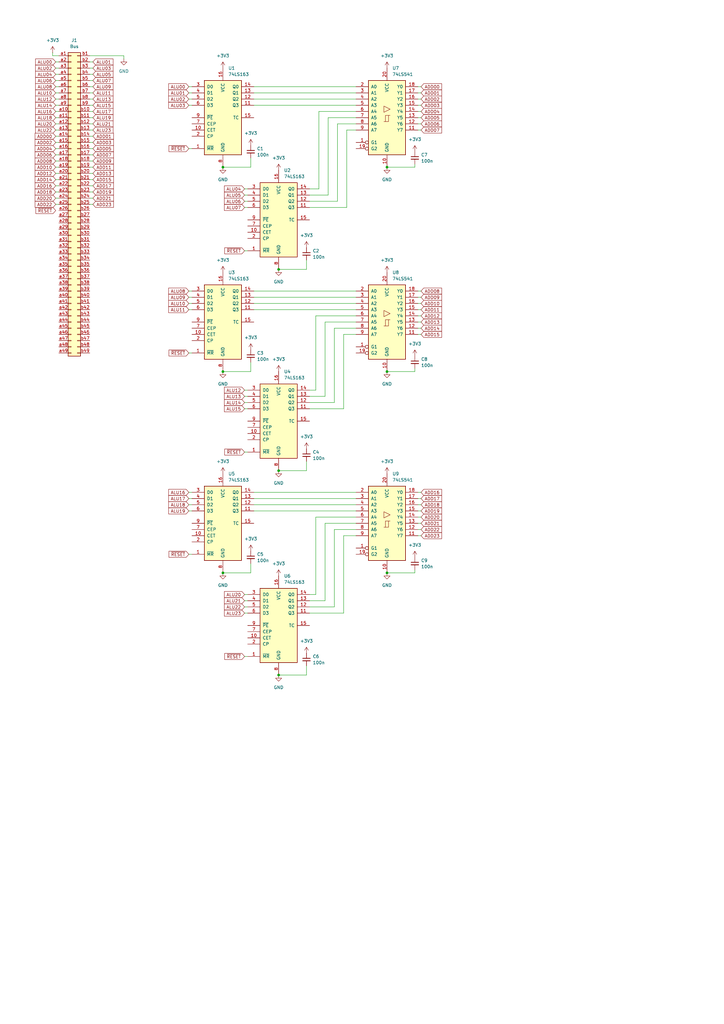
<source format=kicad_sch>
(kicad_sch (version 20231120) (generator "eeschema") (generator_version "8.0")
  (paper "A3" portrait)
  (lib_symbols
    (symbol "74xx:74LS163" (pin_names (offset 1.016))
      (property "Reference" "U" (at -7.62 16.51 0))
      (property "Value" "74LS163" (at -7.62 -16.51 0))
      (symbol "74LS163_1_0"
        (pin input line (at -12.7 -12.7 0) (length 5.08) (name "~{MR}") (number "1"))
        (pin input line (at -12.7 -5.08 0) (length 5.08) (name "CET") (number "10"))
        (pin output line (at 12.7 5.08 180) (length 5.08) (name "Q3") (number "11"))
        (pin output line (at 12.7 7.62 180) (length 5.08) (name "Q2") (number "12"))
        (pin output line (at 12.7 10.16 180) (length 5.08) (name "Q1") (number "13"))
        (pin output line (at 12.7 12.7 180) (length 5.08) (name "Q0") (number "14"))
        (pin output line (at 12.7 0 180) (length 5.08) (name "TC") (number "15"))
        (pin power_in line (at 0 20.32 270) (length 5.08) (name "VCC") (number "16"))
        (pin input line (at -12.7 -7.62 0) (length 5.08) (name "CP") (number "2"))
        (pin input line (at -12.7 12.7 0) (length 5.08) (name "D0") (number "3"))
        (pin input line (at -12.7 10.16 0) (length 5.08) (name "D1") (number "4"))
        (pin input line (at -12.7 7.62 0) (length 5.08) (name "D2") (number "5"))
        (pin input line (at -12.7 5.08 0) (length 5.08) (name "D3") (number "6"))
        (pin input line (at -12.7 -2.54 0) (length 5.08) (name "CEP") (number "7"))
        (pin power_in line (at 0 -20.32 90) (length 5.08) (name "GND") (number "8"))
        (pin input line (at -12.7 0 0) (length 5.08) (name "~{PE}") (number "9"))
      )
      (symbol "74LS163_1_1"
        (rectangle (start -7.62 15.24) (end 7.62 -15.24) (stroke (width 0.254)) (fill (type background)))
      )
    )
    (symbol "74xx:74LS541" (pin_names (offset 1.016))
      (property "Reference" "U" (at -7.62 16.51 0))
      (property "Value" "74LS541" (at -7.62 -16.51 0))
      (symbol "74LS541_1_0"
        (polyline (pts (xy -0.635 -1.6002) (xy -0.635 0.9398) (xy 0.635 0.9398)))
        (polyline (pts (xy -1.27 -1.6002) (xy 0.635 -1.6002) (xy 0.635 0.9398) (xy 1.27 0.9398)))
        (polyline (pts (xy 1.27 3.4798) (xy -1.27 4.7498) (xy -1.27 2.2098) (xy 1.27 3.4798)) (stroke (width 0.1524)))
        (pin input inverted (at -12.7 -10.16 0) (length 5.08) (name "G1") (number "1"))
        (pin power_in line (at 0 -20.32 90) (length 5.08) (name "GND") (number "10"))
        (pin tri_state line (at 12.7 -5.08 180) (length 5.08) (name "Y7") (number "11"))
        (pin tri_state line (at 12.7 -2.54 180) (length 5.08) (name "Y6") (number "12"))
        (pin tri_state line (at 12.7 0 180) (length 5.08) (name "Y5") (number "13"))
        (pin tri_state line (at 12.7 2.54 180) (length 5.08) (name "Y4") (number "14"))
        (pin tri_state line (at 12.7 5.08 180) (length 5.08) (name "Y3") (number "15"))
        (pin tri_state line (at 12.7 7.62 180) (length 5.08) (name "Y2") (number "16"))
        (pin tri_state line (at 12.7 10.16 180) (length 5.08) (name "Y1") (number "17"))
        (pin tri_state line (at 12.7 12.7 180) (length 5.08) (name "Y0") (number "18"))
        (pin input inverted (at -12.7 -12.7 0) (length 5.08) (name "G2") (number "19"))
        (pin input line (at -12.7 12.7 0) (length 5.08) (name "A0") (number "2"))
        (pin power_in line (at 0 20.32 270) (length 5.08) (name "VCC") (number "20"))
        (pin input line (at -12.7 10.16 0) (length 5.08) (name "A1") (number "3"))
        (pin input line (at -12.7 7.62 0) (length 5.08) (name "A2") (number "4"))
        (pin input line (at -12.7 5.08 0) (length 5.08) (name "A3") (number "5"))
        (pin input line (at -12.7 2.54 0) (length 5.08) (name "A4") (number "6"))
        (pin input line (at -12.7 0 0) (length 5.08) (name "A5") (number "7"))
        (pin input line (at -12.7 -2.54 0) (length 5.08) (name "A6") (number "8"))
        (pin input line (at -12.7 -5.08 0) (length 5.08) (name "A7") (number "9"))
      )
      (symbol "74LS541_1_1"
        (rectangle (start -7.62 15.24) (end 7.62 -15.24) (stroke (width 0.254)) (fill (type background)))
      )
    )
    (symbol "Connector_Generic:Conn_02x49_Row_Letter_First" (pin_names (offset 1.016) hide)
      (property "Reference" "J" (at 1.27 63.5 0))
      (property "Value" "Conn_02x49_Row_Letter_First" (at 1.27 -63.5 0))
      (symbol "Conn_02x49_Row_Letter_First_1_1"
        (rectangle (start -1.27 -60.833) (end 0 -61.087) (stroke (width 0.1524)))
        (rectangle (start -1.27 -58.293) (end 0 -58.547) (stroke (width 0.1524)))
        (rectangle (start -1.27 -55.753) (end 0 -56.007) (stroke (width 0.1524)))
        (rectangle (start -1.27 -53.213) (end 0 -53.467) (stroke (width 0.1524)))
        (rectangle (start -1.27 -50.673) (end 0 -50.927) (stroke (width 0.1524)))
        (rectangle (start -1.27 -48.133) (end 0 -48.387) (stroke (width 0.1524)))
        (rectangle (start -1.27 -45.593) (end 0 -45.847) (stroke (width 0.1524)))
        (rectangle (start -1.27 -43.053) (end 0 -43.307) (stroke (width 0.1524)))
        (rectangle (start -1.27 -40.513) (end 0 -40.767) (stroke (width 0.1524)))
        (rectangle (start -1.27 -37.973) (end 0 -38.227) (stroke (width 0.1524)))
        (rectangle (start -1.27 -35.433) (end 0 -35.687) (stroke (width 0.1524)))
        (rectangle (start -1.27 -32.893) (end 0 -33.147) (stroke (width 0.1524)))
        (rectangle (start -1.27 -30.353) (end 0 -30.607) (stroke (width 0.1524)))
        (rectangle (start -1.27 -27.813) (end 0 -28.067) (stroke (width 0.1524)))
        (rectangle (start -1.27 -25.273) (end 0 -25.527) (stroke (width 0.1524)))
        (rectangle (start -1.27 -22.733) (end 0 -22.987) (stroke (width 0.1524)))
        (rectangle (start -1.27 -20.193) (end 0 -20.447) (stroke (width 0.1524)))
        (rectangle (start -1.27 -17.653) (end 0 -17.907) (stroke (width 0.1524)))
        (rectangle (start -1.27 -15.113) (end 0 -15.367) (stroke (width 0.1524)))
        (rectangle (start -1.27 -12.573) (end 0 -12.827) (stroke (width 0.1524)))
        (rectangle (start -1.27 -10.033) (end 0 -10.287) (stroke (width 0.1524)))
        (rectangle (start -1.27 -7.493) (end 0 -7.747) (stroke (width 0.1524)))
        (rectangle (start -1.27 -4.953) (end 0 -5.207) (stroke (width 0.1524)))
        (rectangle (start -1.27 -2.413) (end 0 -2.667) (stroke (width 0.1524)))
        (rectangle (start -1.27 0.127) (end 0 -0.127) (stroke (width 0.1524)))
        (rectangle (start -1.27 2.667) (end 0 2.413) (stroke (width 0.1524)))
        (rectangle (start -1.27 5.207) (end 0 4.953) (stroke (width 0.1524)))
        (rectangle (start -1.27 7.747) (end 0 7.493) (stroke (width 0.1524)))
        (rectangle (start -1.27 10.287) (end 0 10.033) (stroke (width 0.1524)))
        (rectangle (start -1.27 12.827) (end 0 12.573) (stroke (width 0.1524)))
        (rectangle (start -1.27 15.367) (end 0 15.113) (stroke (width 0.1524)))
        (rectangle (start -1.27 17.907) (end 0 17.653) (stroke (width 0.1524)))
        (rectangle (start -1.27 20.447) (end 0 20.193) (stroke (width 0.1524)))
        (rectangle (start -1.27 22.987) (end 0 22.733) (stroke (width 0.1524)))
        (rectangle (start -1.27 25.527) (end 0 25.273) (stroke (width 0.1524)))
        (rectangle (start -1.27 28.067) (end 0 27.813) (stroke (width 0.1524)))
        (rectangle (start -1.27 30.607) (end 0 30.353) (stroke (width 0.1524)))
        (rectangle (start -1.27 33.147) (end 0 32.893) (stroke (width 0.1524)))
        (rectangle (start -1.27 35.687) (end 0 35.433) (stroke (width 0.1524)))
        (rectangle (start -1.27 38.227) (end 0 37.973) (stroke (width 0.1524)))
        (rectangle (start -1.27 40.767) (end 0 40.513) (stroke (width 0.1524)))
        (rectangle (start -1.27 43.307) (end 0 43.053) (stroke (width 0.1524)))
        (rectangle (start -1.27 45.847) (end 0 45.593) (stroke (width 0.1524)))
        (rectangle (start -1.27 48.387) (end 0 48.133) (stroke (width 0.1524)))
        (rectangle (start -1.27 50.927) (end 0 50.673) (stroke (width 0.1524)))
        (rectangle (start -1.27 53.467) (end 0 53.213) (stroke (width 0.1524)))
        (rectangle (start -1.27 56.007) (end 0 55.753) (stroke (width 0.1524)))
        (rectangle (start -1.27 58.547) (end 0 58.293) (stroke (width 0.1524)))
        (rectangle (start -1.27 61.087) (end 0 60.833) (stroke (width 0.1524)))
        (rectangle (start -1.27 62.23) (end 3.81 -62.23) (stroke (width 0.254)) (fill (type background)))
        (rectangle (start 3.81 -60.833) (end 2.54 -61.087) (stroke (width 0.1524)))
        (rectangle (start 3.81 -58.293) (end 2.54 -58.547) (stroke (width 0.1524)))
        (rectangle (start 3.81 -55.753) (end 2.54 -56.007) (stroke (width 0.1524)))
        (rectangle (start 3.81 -53.213) (end 2.54 -53.467) (stroke (width 0.1524)))
        (rectangle (start 3.81 -50.673) (end 2.54 -50.927) (stroke (width 0.1524)))
        (rectangle (start 3.81 -48.133) (end 2.54 -48.387) (stroke (width 0.1524)))
        (rectangle (start 3.81 -45.593) (end 2.54 -45.847) (stroke (width 0.1524)))
        (rectangle (start 3.81 -43.053) (end 2.54 -43.307) (stroke (width 0.1524)))
        (rectangle (start 3.81 -40.513) (end 2.54 -40.767) (stroke (width 0.1524)))
        (rectangle (start 3.81 -37.973) (end 2.54 -38.227) (stroke (width 0.1524)))
        (rectangle (start 3.81 -35.433) (end 2.54 -35.687) (stroke (width 0.1524)))
        (rectangle (start 3.81 -32.893) (end 2.54 -33.147) (stroke (width 0.1524)))
        (rectangle (start 3.81 -30.353) (end 2.54 -30.607) (stroke (width 0.1524)))
        (rectangle (start 3.81 -27.813) (end 2.54 -28.067) (stroke (width 0.1524)))
        (rectangle (start 3.81 -25.273) (end 2.54 -25.527) (stroke (width 0.1524)))
        (rectangle (start 3.81 -22.733) (end 2.54 -22.987) (stroke (width 0.1524)))
        (rectangle (start 3.81 -20.193) (end 2.54 -20.447) (stroke (width 0.1524)))
        (rectangle (start 3.81 -17.653) (end 2.54 -17.907) (stroke (width 0.1524)))
        (rectangle (start 3.81 -15.113) (end 2.54 -15.367) (stroke (width 0.1524)))
        (rectangle (start 3.81 -12.573) (end 2.54 -12.827) (stroke (width 0.1524)))
        (rectangle (start 3.81 -10.033) (end 2.54 -10.287) (stroke (width 0.1524)))
        (rectangle (start 3.81 -7.493) (end 2.54 -7.747) (stroke (width 0.1524)))
        (rectangle (start 3.81 -4.953) (end 2.54 -5.207) (stroke (width 0.1524)))
        (rectangle (start 3.81 -2.413) (end 2.54 -2.667) (stroke (width 0.1524)))
        (rectangle (start 3.81 0.127) (end 2.54 -0.127) (stroke (width 0.1524)))
        (rectangle (start 3.81 2.667) (end 2.54 2.413) (stroke (width 0.1524)))
        (rectangle (start 3.81 5.207) (end 2.54 4.953) (stroke (width 0.1524)))
        (rectangle (start 3.81 7.747) (end 2.54 7.493) (stroke (width 0.1524)))
        (rectangle (start 3.81 10.287) (end 2.54 10.033) (stroke (width 0.1524)))
        (rectangle (start 3.81 12.827) (end 2.54 12.573) (stroke (width 0.1524)))
        (rectangle (start 3.81 15.367) (end 2.54 15.113) (stroke (width 0.1524)))
        (rectangle (start 3.81 17.907) (end 2.54 17.653) (stroke (width 0.1524)))
        (rectangle (start 3.81 20.447) (end 2.54 20.193) (stroke (width 0.1524)))
        (rectangle (start 3.81 22.987) (end 2.54 22.733) (stroke (width 0.1524)))
        (rectangle (start 3.81 25.527) (end 2.54 25.273) (stroke (width 0.1524)))
        (rectangle (start 3.81 28.067) (end 2.54 27.813) (stroke (width 0.1524)))
        (rectangle (start 3.81 30.607) (end 2.54 30.353) (stroke (width 0.1524)))
        (rectangle (start 3.81 33.147) (end 2.54 32.893) (stroke (width 0.1524)))
        (rectangle (start 3.81 35.687) (end 2.54 35.433) (stroke (width 0.1524)))
        (rectangle (start 3.81 38.227) (end 2.54 37.973) (stroke (width 0.1524)))
        (rectangle (start 3.81 40.767) (end 2.54 40.513) (stroke (width 0.1524)))
        (rectangle (start 3.81 43.307) (end 2.54 43.053) (stroke (width 0.1524)))
        (rectangle (start 3.81 45.847) (end 2.54 45.593) (stroke (width 0.1524)))
        (rectangle (start 3.81 48.387) (end 2.54 48.133) (stroke (width 0.1524)))
        (rectangle (start 3.81 50.927) (end 2.54 50.673) (stroke (width 0.1524)))
        (rectangle (start 3.81 53.467) (end 2.54 53.213) (stroke (width 0.1524)))
        (rectangle (start 3.81 56.007) (end 2.54 55.753) (stroke (width 0.1524)))
        (rectangle (start 3.81 58.547) (end 2.54 58.293) (stroke (width 0.1524)))
        (rectangle (start 3.81 61.087) (end 2.54 60.833) (stroke (width 0.1524)))
        (pin passive line (at -5.08 60.96 0) (length 3.81) (name "Pin_a1") (number "a1"))
        (pin passive line (at -5.08 38.1 0) (length 3.81) (name "Pin_a10") (number "a10"))
        (pin passive line (at -5.08 35.56 0) (length 3.81) (name "Pin_a11") (number "a11"))
        (pin passive line (at -5.08 33.02 0) (length 3.81) (name "Pin_a12") (number "a12"))
        (pin passive line (at -5.08 30.48 0) (length 3.81) (name "Pin_a13") (number "a13"))
        (pin passive line (at -5.08 27.94 0) (length 3.81) (name "Pin_a14") (number "a14"))
        (pin passive line (at -5.08 25.4 0) (length 3.81) (name "Pin_a15") (number "a15"))
        (pin passive line (at -5.08 22.86 0) (length 3.81) (name "Pin_a16") (number "a16"))
        (pin passive line (at -5.08 20.32 0) (length 3.81) (name "Pin_a17") (number "a17"))
        (pin passive line (at -5.08 17.78 0) (length 3.81) (name "Pin_a18") (number "a18"))
        (pin passive line (at -5.08 15.24 0) (length 3.81) (name "Pin_a19") (number "a19"))
        (pin passive line (at -5.08 58.42 0) (length 3.81) (name "Pin_a2") (number "a2"))
        (pin passive line (at -5.08 12.7 0) (length 3.81) (name "Pin_a20") (number "a20"))
        (pin passive line (at -5.08 10.16 0) (length 3.81) (name "Pin_a21") (number "a21"))
        (pin passive line (at -5.08 7.62 0) (length 3.81) (name "Pin_a22") (number "a22"))
        (pin passive line (at -5.08 5.08 0) (length 3.81) (name "Pin_a23") (number "a23"))
        (pin passive line (at -5.08 2.54 0) (length 3.81) (name "Pin_a24") (number "a24"))
        (pin passive line (at -5.08 0 0) (length 3.81) (name "Pin_a25") (number "a25"))
        (pin passive line (at -5.08 -2.54 0) (length 3.81) (name "Pin_a26") (number "a26"))
        (pin passive line (at -5.08 -5.08 0) (length 3.81) (name "Pin_a27") (number "a27"))
        (pin passive line (at -5.08 -7.62 0) (length 3.81) (name "Pin_a28") (number "a28"))
        (pin passive line (at -5.08 -10.16 0) (length 3.81) (name "Pin_a29") (number "a29"))
        (pin passive line (at -5.08 55.88 0) (length 3.81) (name "Pin_a3") (number "a3"))
        (pin passive line (at -5.08 -12.7 0) (length 3.81) (name "Pin_a30") (number "a30"))
        (pin passive line (at -5.08 -15.24 0) (length 3.81) (name "Pin_a31") (number "a31"))
        (pin passive line (at -5.08 -17.78 0) (length 3.81) (name "Pin_a32") (number "a32"))
        (pin passive line (at -5.08 -20.32 0) (length 3.81) (name "Pin_a33") (number "a33"))
        (pin passive line (at -5.08 -22.86 0) (length 3.81) (name "Pin_a34") (number "a34"))
        (pin passive line (at -5.08 -25.4 0) (length 3.81) (name "Pin_a35") (number "a35"))
        (pin passive line (at -5.08 -27.94 0) (length 3.81) (name "Pin_a36") (number "a36"))
        (pin passive line (at -5.08 -30.48 0) (length 3.81) (name "Pin_a37") (number "a37"))
        (pin passive line (at -5.08 -33.02 0) (length 3.81) (name "Pin_a38") (number "a38"))
        (pin passive line (at -5.08 -35.56 0) (length 3.81) (name "Pin_a39") (number "a39"))
        (pin passive line (at -5.08 53.34 0) (length 3.81) (name "Pin_a4") (number "a4"))
        (pin passive line (at -5.08 -38.1 0) (length 3.81) (name "Pin_a40") (number "a40"))
        (pin passive line (at -5.08 -40.64 0) (length 3.81) (name "Pin_a41") (number "a41"))
        (pin passive line (at -5.08 -43.18 0) (length 3.81) (name "Pin_a42") (number "a42"))
        (pin passive line (at -5.08 -45.72 0) (length 3.81) (name "Pin_a43") (number "a43"))
        (pin passive line (at -5.08 -48.26 0) (length 3.81) (name "Pin_a44") (number "a44"))
        (pin passive line (at -5.08 -50.8 0) (length 3.81) (name "Pin_a45") (number "a45"))
        (pin passive line (at -5.08 -53.34 0) (length 3.81) (name "Pin_a46") (number "a46"))
        (pin passive line (at -5.08 -55.88 0) (length 3.81) (name "Pin_a47") (number "a47"))
        (pin passive line (at -5.08 -58.42 0) (length 3.81) (name "Pin_a48") (number "a48"))
        (pin passive line (at -5.08 -60.96 0) (length 3.81) (name "Pin_a49") (number "a49"))
        (pin passive line (at -5.08 50.8 0) (length 3.81) (name "Pin_a5") (number "a5"))
        (pin passive line (at -5.08 48.26 0) (length 3.81) (name "Pin_a6") (number "a6"))
        (pin passive line (at -5.08 45.72 0) (length 3.81) (name "Pin_a7") (number "a7"))
        (pin passive line (at -5.08 43.18 0) (length 3.81) (name "Pin_a8") (number "a8"))
        (pin passive line (at -5.08 40.64 0) (length 3.81) (name "Pin_a9") (number "a9"))
        (pin passive line (at 7.62 60.96 180) (length 3.81) (name "Pin_b1") (number "b1"))
        (pin passive line (at 7.62 38.1 180) (length 3.81) (name "Pin_b10") (number "b10"))
        (pin passive line (at 7.62 35.56 180) (length 3.81) (name "Pin_b11") (number "b11"))
        (pin passive line (at 7.62 33.02 180) (length 3.81) (name "Pin_b12") (number "b12"))
        (pin passive line (at 7.62 30.48 180) (length 3.81) (name "Pin_b13") (number "b13"))
        (pin passive line (at 7.62 27.94 180) (length 3.81) (name "Pin_b14") (number "b14"))
        (pin passive line (at 7.62 25.4 180) (length 3.81) (name "Pin_b15") (number "b15"))
        (pin passive line (at 7.62 22.86 180) (length 3.81) (name "Pin_b16") (number "b16"))
        (pin passive line (at 7.62 20.32 180) (length 3.81) (name "Pin_b17") (number "b17"))
        (pin passive line (at 7.62 17.78 180) (length 3.81) (name "Pin_b18") (number "b18"))
        (pin passive line (at 7.62 15.24 180) (length 3.81) (name "Pin_b19") (number "b19"))
        (pin passive line (at 7.62 58.42 180) (length 3.81) (name "Pin_b2") (number "b2"))
        (pin passive line (at 7.62 12.7 180) (length 3.81) (name "Pin_b20") (number "b20"))
        (pin passive line (at 7.62 10.16 180) (length 3.81) (name "Pin_b21") (number "b21"))
        (pin passive line (at 7.62 7.62 180) (length 3.81) (name "Pin_b22") (number "b22"))
        (pin passive line (at 7.62 5.08 180) (length 3.81) (name "Pin_b23") (number "b23"))
        (pin passive line (at 7.62 2.54 180) (length 3.81) (name "Pin_b24") (number "b24"))
        (pin passive line (at 7.62 0 180) (length 3.81) (name "Pin_b25") (number "b25"))
        (pin passive line (at 7.62 -2.54 180) (length 3.81) (name "Pin_b26") (number "b26"))
        (pin passive line (at 7.62 -5.08 180) (length 3.81) (name "Pin_b27") (number "b27"))
        (pin passive line (at 7.62 -7.62 180) (length 3.81) (name "Pin_b28") (number "b28"))
        (pin passive line (at 7.62 -10.16 180) (length 3.81) (name "Pin_b29") (number "b29"))
        (pin passive line (at 7.62 55.88 180) (length 3.81) (name "Pin_b3") (number "b3"))
        (pin passive line (at 7.62 -12.7 180) (length 3.81) (name "Pin_b30") (number "b30"))
        (pin passive line (at 7.62 -15.24 180) (length 3.81) (name "Pin_b31") (number "b31"))
        (pin passive line (at 7.62 -17.78 180) (length 3.81) (name "Pin_b32") (number "b32"))
        (pin passive line (at 7.62 -20.32 180) (length 3.81) (name "Pin_b33") (number "b33"))
        (pin passive line (at 7.62 -22.86 180) (length 3.81) (name "Pin_b34") (number "b34"))
        (pin passive line (at 7.62 -25.4 180) (length 3.81) (name "Pin_b35") (number "b35"))
        (pin passive line (at 7.62 -27.94 180) (length 3.81) (name "Pin_b36") (number "b36"))
        (pin passive line (at 7.62 -30.48 180) (length 3.81) (name "Pin_b37") (number "b37"))
        (pin passive line (at 7.62 -33.02 180) (length 3.81) (name "Pin_b38") (number "b38"))
        (pin passive line (at 7.62 -35.56 180) (length 3.81) (name "Pin_b39") (number "b39"))
        (pin passive line (at 7.62 53.34 180) (length 3.81) (name "Pin_b4") (number "b4"))
        (pin passive line (at 7.62 -38.1 180) (length 3.81) (name "Pin_b40") (number "b40"))
        (pin passive line (at 7.62 -40.64 180) (length 3.81) (name "Pin_b41") (number "b41"))
        (pin passive line (at 7.62 -43.18 180) (length 3.81) (name "Pin_b42") (number "b42"))
        (pin passive line (at 7.62 -45.72 180) (length 3.81) (name "Pin_b43") (number "b43"))
        (pin passive line (at 7.62 -48.26 180) (length 3.81) (name "Pin_b44") (number "b44"))
        (pin passive line (at 7.62 -50.8 180) (length 3.81) (name "Pin_b45") (number "b45"))
        (pin passive line (at 7.62 -53.34 180) (length 3.81) (name "Pin_b46") (number "b46"))
        (pin passive line (at 7.62 -55.88 180) (length 3.81) (name "Pin_b47") (number "b47"))
        (pin passive line (at 7.62 -58.42 180) (length 3.81) (name "Pin_b48") (number "b48"))
        (pin passive line (at 7.62 -60.96 180) (length 3.81) (name "Pin_b49") (number "b49"))
        (pin passive line (at 7.62 50.8 180) (length 3.81) (name "Pin_b5") (number "b5"))
        (pin passive line (at 7.62 48.26 180) (length 3.81) (name "Pin_b6") (number "b6"))
        (pin passive line (at 7.62 45.72 180) (length 3.81) (name "Pin_b7") (number "b7"))
        (pin passive line (at 7.62 43.18 180) (length 3.81) (name "Pin_b8") (number "b8"))
        (pin passive line (at 7.62 40.64 180) (length 3.81) (name "Pin_b9") (number "b9"))
      )
    )
    (symbol "Device:C_Small" (pin_numbers hide) (pin_names (offset 0.254) hide)
      (property "Reference" "C" (at 0.254 1.778 0))
      (property "Value" "C_Small" (at 0.254 -2.032 0))
      (symbol "C_Small_0_1"
        (polyline (pts (xy -1.524 -0.508) (xy 1.524 -0.508)) (stroke (width 0.3302)))
        (polyline (pts (xy -1.524 0.508) (xy 1.524 0.508)) (stroke (width 0.3048)))
      )
      (symbol "C_Small_1_1"
        (pin passive line (at 0 2.54 270) (length 2.032) (name "~") (number "1"))
        (pin passive line (at 0 -2.54 90) (length 2.032) (name "~") (number "2"))
      )
    )
    (symbol "power:+3V3" (power) (pin_numbers hide) (pin_names (offset 0) hide)
      (property "Value" "+3V3" (at 0 3.556 0))
      (symbol "+3V3_0_1"
        (polyline (pts (xy -0.762 1.27) (xy 0 2.54)))
        (polyline (pts (xy 0 0) (xy 0 2.54)))
        (polyline (pts (xy 0 2.54) (xy 0.762 1.27)))
      )
      (symbol "+3V3_1_1"
        (pin power_in line (at 0 0 90) (length 0) (name "~") (number "1"))
      )
    )
    (symbol "power:GND" (power) (pin_numbers hide) (pin_names (offset 0) hide)
      (property "Value" "GND" (at 0 -3.81 0))
      (symbol "GND_0_1"
        (polyline (pts (xy 0 0) (xy 0 -1.27) (xy 1.27 -1.27) (xy 0 -2.54) (xy -1.27 -1.27) (xy 0 -1.27)))
      )
      (symbol "GND_1_1"
        (pin power_in line (at 0 0 270) (length 0) (name "~") (number "1"))
      )
    )
  )
  (junction (at 114.3 276.86))
  (junction (at 158.75 68.58))
  (junction (at 158.75 152.4))
  (junction (at 114.3 110.49))
  (junction (at 91.44 152.4))
  (junction (at 158.75 234.95))
  (junction (at 114.3 193.04))
  (junction (at 91.44 68.58))
  (junction (at 91.44 234.95))
  (wire (pts (xy 171.45 40.64) (xy 172.72 40.64)))
  (wire (pts (xy 133.35 132.08) (xy 146.05 132.08)))
  (wire (pts (xy 100.33 85.09) (xy 101.6 85.09)))
  (wire (pts (xy 77.47 201.93) (xy 78.74 201.93)))
  (wire (pts (xy 171.45 121.92) (xy 172.72 121.92)))
  (wire (pts (xy 22.86 73.66) (xy 24.13 73.66)))
  (wire (pts (xy 77.47 227.33) (xy 78.74 227.33)))
  (wire (pts (xy 171.45 35.56) (xy 172.72 35.56)))
  (wire (pts (xy 171.45 212.09) (xy 172.72 212.09)))
  (wire (pts (xy 22.86 83.82) (xy 24.13 83.82)))
  (wire (pts (xy 127 167.64) (xy 140.97 167.64)))
  (wire (pts (xy 22.86 27.94) (xy 24.13 27.94)))
  (wire (pts (xy 100.33 243.84) (xy 101.6 243.84)))
  (wire (pts (xy 22.86 50.8) (xy 24.13 50.8)))
  (wire (pts (xy 127 248.92) (xy 137.16 248.92)))
  (wire (pts (xy 22.86 38.1) (xy 24.13 38.1)))
  (wire (pts (xy 77.47 144.78) (xy 78.74 144.78)))
  (wire (pts (xy 171.45 209.55) (xy 172.72 209.55)))
  (wire (pts (xy 22.86 48.26) (xy 24.13 48.26)))
  (wire (pts (xy 104.14 43.18) (xy 146.05 43.18)))
  (wire (pts (xy 171.45 137.16) (xy 172.72 137.16)))
  (wire (pts (xy 104.14 40.64) (xy 146.05 40.64)))
  (wire (pts (xy 171.45 132.08) (xy 172.72 132.08)))
  (wire (pts (xy 171.45 48.26) (xy 172.72 48.26)))
  (wire (pts (xy 129.54 212.09) (xy 146.05 212.09)))
  (wire (pts (xy 137.16 134.62) (xy 146.05 134.62)))
  (wire (pts (xy 36.83 30.48) (xy 38.1 30.48)))
  (wire (pts (xy 21.59 21.59) (xy 21.59 22.86)))
  (wire (pts (xy 104.14 124.46) (xy 146.05 124.46)))
  (wire (pts (xy 100.33 269.24) (xy 101.6 269.24)))
  (wire (pts (xy 77.47 38.1) (xy 78.74 38.1)))
  (wire (pts (xy 77.47 40.64) (xy 78.74 40.64)))
  (wire (pts (xy 100.33 82.55) (xy 101.6 82.55)))
  (wire (pts (xy 22.86 60.96) (xy 24.13 60.96)))
  (wire (pts (xy 36.83 25.4) (xy 38.1 25.4)))
  (wire (pts (xy 104.14 38.1) (xy 146.05 38.1)))
  (wire (pts (xy 104.14 207.01) (xy 146.05 207.01)))
  (wire (pts (xy 36.83 76.2) (xy 38.1 76.2)))
  (wire (pts (xy 133.35 214.63) (xy 146.05 214.63)))
  (wire (pts (xy 140.97 167.64) (xy 140.97 137.16)))
  (wire (pts (xy 36.83 58.42) (xy 38.1 58.42)))
  (wire (pts (xy 140.97 219.71) (xy 146.05 219.71)))
  (wire (pts (xy 171.45 53.34) (xy 172.72 53.34)))
  (wire (pts (xy 104.14 119.38) (xy 146.05 119.38)))
  (wire (pts (xy 138.43 82.55) (xy 138.43 50.8)))
  (wire (pts (xy 171.45 43.18) (xy 172.72 43.18)))
  (wire (pts (xy 138.43 50.8) (xy 146.05 50.8)))
  (wire (pts (xy 36.83 68.58) (xy 38.1 68.58)))
  (wire (pts (xy 171.45 201.93) (xy 172.72 201.93)))
  (wire (pts (xy 36.83 55.88) (xy 38.1 55.88)))
  (wire (pts (xy 127 165.1) (xy 137.16 165.1)))
  (wire (pts (xy 36.83 40.64) (xy 38.1 40.64)))
  (wire (pts (xy 125.73 110.49) (xy 114.3 110.49)))
  (wire (pts (xy 77.47 209.55) (xy 78.74 209.55)))
  (wire (pts (xy 170.18 151.13) (xy 170.18 152.4)))
  (wire (pts (xy 140.97 137.16) (xy 146.05 137.16)))
  (wire (pts (xy 22.86 71.12) (xy 24.13 71.12)))
  (wire (pts (xy 170.18 67.31) (xy 170.18 68.58)))
  (wire (pts (xy 170.18 152.4) (xy 158.75 152.4)))
  (wire (pts (xy 22.86 45.72) (xy 24.13 45.72)))
  (wire (pts (xy 170.18 68.58) (xy 158.75 68.58)))
  (wire (pts (xy 171.45 219.71) (xy 172.72 219.71)))
  (wire (pts (xy 170.18 233.68) (xy 170.18 234.95)))
  (wire (pts (xy 36.83 60.96) (xy 38.1 60.96)))
  (wire (pts (xy 129.54 160.02) (xy 129.54 129.54)))
  (wire (pts (xy 171.45 207.01) (xy 172.72 207.01)))
  (wire (pts (xy 77.47 35.56) (xy 78.74 35.56)))
  (wire (pts (xy 36.83 35.56) (xy 38.1 35.56)))
  (wire (pts (xy 22.86 63.5) (xy 24.13 63.5)))
  (wire (pts (xy 171.45 124.46) (xy 172.72 124.46)))
  (wire (pts (xy 102.87 231.14) (xy 102.87 234.95)))
  (wire (pts (xy 36.83 38.1) (xy 38.1 38.1)))
  (wire (pts (xy 36.83 53.34) (xy 38.1 53.34)))
  (wire (pts (xy 77.47 207.01) (xy 78.74 207.01)))
  (wire (pts (xy 127 82.55) (xy 138.43 82.55)))
  (wire (pts (xy 100.33 185.42) (xy 101.6 185.42)))
  (wire (pts (xy 127 160.02) (xy 129.54 160.02)))
  (wire (pts (xy 36.83 50.8) (xy 38.1 50.8)))
  (wire (pts (xy 100.33 246.38) (xy 101.6 246.38)))
  (wire (pts (xy 102.87 64.77) (xy 102.87 68.58)))
  (wire (pts (xy 36.83 27.94) (xy 38.1 27.94)))
  (wire (pts (xy 104.14 121.92) (xy 146.05 121.92)))
  (wire (pts (xy 77.47 127) (xy 78.74 127)))
  (wire (pts (xy 171.45 204.47) (xy 172.72 204.47)))
  (wire (pts (xy 102.87 148.59) (xy 102.87 152.4)))
  (wire (pts (xy 102.87 234.95) (xy 91.44 234.95)))
  (wire (pts (xy 133.35 246.38) (xy 133.35 214.63)))
  (wire (pts (xy 100.33 165.1) (xy 101.6 165.1)))
  (wire (pts (xy 22.86 68.58) (xy 24.13 68.58)))
  (wire (pts (xy 133.35 162.56) (xy 133.35 132.08)))
  (wire (pts (xy 36.83 33.02) (xy 38.1 33.02)))
  (wire (pts (xy 22.86 81.28) (xy 24.13 81.28)))
  (wire (pts (xy 100.33 102.87) (xy 101.6 102.87)))
  (wire (pts (xy 22.86 58.42) (xy 24.13 58.42)))
  (wire (pts (xy 125.73 189.23) (xy 125.73 193.04)))
  (wire (pts (xy 125.73 193.04) (xy 114.3 193.04)))
  (wire (pts (xy 171.45 217.17) (xy 172.72 217.17)))
  (wire (pts (xy 102.87 152.4) (xy 91.44 152.4)))
  (wire (pts (xy 137.16 165.1) (xy 137.16 134.62)))
  (wire (pts (xy 36.83 63.5) (xy 38.1 63.5)))
  (wire (pts (xy 142.24 85.09) (xy 142.24 53.34)))
  (wire (pts (xy 171.45 119.38) (xy 172.72 119.38)))
  (wire (pts (xy 171.45 50.8) (xy 172.72 50.8)))
  (wire (pts (xy 127 77.47) (xy 130.81 77.47)))
  (wire (pts (xy 130.81 77.47) (xy 130.81 45.72)))
  (wire (pts (xy 127 246.38) (xy 133.35 246.38)))
  (wire (pts (xy 22.86 25.4) (xy 24.13 25.4)))
  (wire (pts (xy 104.14 201.93) (xy 146.05 201.93)))
  (wire (pts (xy 102.87 68.58) (xy 91.44 68.58)))
  (wire (pts (xy 22.86 66.04) (xy 24.13 66.04)))
  (wire (pts (xy 125.73 273.05) (xy 125.73 276.86)))
  (wire (pts (xy 127 80.01) (xy 134.62 80.01)))
  (wire (pts (xy 104.14 209.55) (xy 146.05 209.55)))
  (wire (pts (xy 77.47 43.18) (xy 78.74 43.18)))
  (wire (pts (xy 171.45 45.72) (xy 172.72 45.72)))
  (wire (pts (xy 100.33 160.02) (xy 101.6 160.02)))
  (wire (pts (xy 125.73 276.86) (xy 114.3 276.86)))
  (wire (pts (xy 125.73 106.68) (xy 125.73 110.49)))
  (wire (pts (xy 36.83 66.04) (xy 38.1 66.04)))
  (wire (pts (xy 127 85.09) (xy 142.24 85.09)))
  (wire (pts (xy 22.86 35.56) (xy 24.13 35.56)))
  (wire (pts (xy 170.18 234.95) (xy 158.75 234.95)))
  (wire (pts (xy 36.83 45.72) (xy 38.1 45.72)))
  (wire (pts (xy 36.83 48.26) (xy 38.1 48.26)))
  (wire (pts (xy 100.33 167.64) (xy 101.6 167.64)))
  (wire (pts (xy 104.14 127) (xy 146.05 127)))
  (wire (pts (xy 129.54 243.84) (xy 129.54 212.09)))
  (wire (pts (xy 77.47 121.92) (xy 78.74 121.92)))
  (wire (pts (xy 36.83 78.74) (xy 38.1 78.74)))
  (wire (pts (xy 100.33 162.56) (xy 101.6 162.56)))
  (wire (pts (xy 171.45 127) (xy 172.72 127)))
  (wire (pts (xy 77.47 124.46) (xy 78.74 124.46)))
  (wire (pts (xy 134.62 80.01) (xy 134.62 48.26)))
  (wire (pts (xy 100.33 77.47) (xy 101.6 77.47)))
  (wire (pts (xy 134.62 48.26) (xy 146.05 48.26)))
  (wire (pts (xy 22.86 30.48) (xy 24.13 30.48)))
  (wire (pts (xy 130.81 45.72) (xy 146.05 45.72)))
  (wire (pts (xy 100.33 251.46) (xy 101.6 251.46)))
  (wire (pts (xy 104.14 35.56) (xy 146.05 35.56)))
  (wire (pts (xy 100.33 248.92) (xy 101.6 248.92)))
  (wire (pts (xy 22.86 55.88) (xy 24.13 55.88)))
  (wire (pts (xy 77.47 60.96) (xy 78.74 60.96)))
  (wire (pts (xy 100.33 80.01) (xy 101.6 80.01)))
  (wire (pts (xy 142.24 53.34) (xy 146.05 53.34)))
  (wire (pts (xy 50.8 22.86) (xy 50.8 24.13)))
  (wire (pts (xy 171.45 134.62) (xy 172.72 134.62)))
  (wire (pts (xy 22.86 78.74) (xy 24.13 78.74)))
  (wire (pts (xy 137.16 248.92) (xy 137.16 217.17)))
  (wire (pts (xy 171.45 129.54) (xy 172.72 129.54)))
  (wire (pts (xy 104.14 204.47) (xy 146.05 204.47)))
  (wire (pts (xy 21.59 22.86) (xy 24.13 22.86)))
  (wire (pts (xy 22.86 40.64) (xy 24.13 40.64)))
  (wire (pts (xy 137.16 217.17) (xy 146.05 217.17)))
  (wire (pts (xy 127 243.84) (xy 129.54 243.84)))
  (wire (pts (xy 171.45 214.63) (xy 172.72 214.63)))
  (wire (pts (xy 36.83 43.18) (xy 38.1 43.18)))
  (wire (pts (xy 36.83 22.86) (xy 50.8 22.86)))
  (wire (pts (xy 22.86 33.02) (xy 24.13 33.02)))
  (wire (pts (xy 22.86 43.18) (xy 24.13 43.18)))
  (wire (pts (xy 36.83 73.66) (xy 38.1 73.66)))
  (wire (pts (xy 129.54 129.54) (xy 146.05 129.54)))
  (wire (pts (xy 127 162.56) (xy 133.35 162.56)))
  (wire (pts (xy 77.47 204.47) (xy 78.74 204.47)))
  (wire (pts (xy 127 251.46) (xy 140.97 251.46)))
  (wire (pts (xy 36.83 71.12) (xy 38.1 71.12)))
  (wire (pts (xy 140.97 251.46) (xy 140.97 219.71)))
  (wire (pts (xy 77.47 119.38) (xy 78.74 119.38)))
  (wire (pts (xy 22.86 53.34) (xy 24.13 53.34)))
  (wire (pts (xy 36.83 83.82) (xy 38.1 83.82)))
  (wire (pts (xy 171.45 38.1) (xy 172.72 38.1)))
  (wire (pts (xy 22.86 76.2) (xy 24.13 76.2)))
  (wire (pts (xy 36.83 81.28) (xy 38.1 81.28)))
  (global_label "ALU03" (shape input) (at 38.1 27.94 0) (property "Intersheetrefs" "${INTERSHEET_REFS}" (effects (hide yes))))
  (global_label "ADD13" (shape input) (at 38.1 71.12 0) (property "Intersheetrefs" "${INTERSHEET_REFS}" (effects (hide yes))))
  (global_label "ALU09" (shape input) (at 38.1 35.56 0) (property "Intersheetrefs" "${INTERSHEET_REFS}" (effects (hide yes))))
  (global_label "ALU21" (shape input) (at 38.1 50.8 0) (property "Intersheetrefs" "${INTERSHEET_REFS}" (effects (hide yes))))
  (global_label "ADD02" (shape input) (at 172.72 40.64 0) (property "Intersheetrefs" "${INTERSHEET_REFS}" (effects (hide yes))))
  (global_label "ADD18" (shape input) (at 172.72 207.01 0) (property "Intersheetrefs" "${INTERSHEET_REFS}" (effects (hide yes))))
  (global_label "ADD01" (shape input) (at 38.1 55.88 0) (property "Intersheetrefs" "${INTERSHEET_REFS}" (effects (hide yes))))
  (global_label "ADD10" (shape input) (at 22.86 68.58 180) (property "Intersheetrefs" "${INTERSHEET_REFS}" (effects (hide yes))))
  (global_label "ALU11" (shape input) (at 38.1 38.1 0) (property "Intersheetrefs" "${INTERSHEET_REFS}" (effects (hide yes))))
  (global_label "ADD15" (shape input) (at 172.72 137.16 0) (property "Intersheetrefs" "${INTERSHEET_REFS}" (effects (hide yes))))
  (global_label "ADD10" (shape input) (at 172.72 124.46 0) (property "Intersheetrefs" "${INTERSHEET_REFS}" (effects (hide yes))))
  (global_label "ALU01" (shape input) (at 77.47 38.1 180) (property "Intersheetrefs" "${INTERSHEET_REFS}" (effects (hide yes))))
  (global_label "ADD06" (shape input) (at 172.72 50.8 0) (property "Intersheetrefs" "${INTERSHEET_REFS}" (effects (hide yes))))
  (global_label "~{RESET}" (shape input) (at 77.47 144.78 180) (property "Intersheetrefs" "${INTERSHEET_REFS}" (effects (hide yes))))
  (global_label "ADD00" (shape input) (at 22.86 55.88 180) (property "Intersheetrefs" "${INTERSHEET_REFS}" (effects (hide yes))))
  (global_label "ADD15" (shape input) (at 38.1 73.66 0) (property "Intersheetrefs" "${INTERSHEET_REFS}" (effects (hide yes))))
  (global_label "ALU00" (shape input) (at 22.86 25.4 180) (property "Intersheetrefs" "${INTERSHEET_REFS}" (effects (hide yes))))
  (global_label "ADD09" (shape input) (at 38.1 66.04 0) (property "Intersheetrefs" "${INTERSHEET_REFS}" (effects (hide yes))))
  (global_label "ADD17" (shape input) (at 38.1 76.2 0) (property "Intersheetrefs" "${INTERSHEET_REFS}" (effects (hide yes))))
  (global_label "ADD05" (shape input) (at 172.72 48.26 0) (property "Intersheetrefs" "${INTERSHEET_REFS}" (effects (hide yes))))
  (global_label "ALU10" (shape input) (at 22.86 38.1 180) (property "Intersheetrefs" "${INTERSHEET_REFS}" (effects (hide yes))))
  (global_label "ALU16" (shape input) (at 22.86 45.72 180) (property "Intersheetrefs" "${INTERSHEET_REFS}" (effects (hide yes))))
  (global_label "ADD11" (shape input) (at 172.72 127 0) (property "Intersheetrefs" "${INTERSHEET_REFS}" (effects (hide yes))))
  (global_label "ALU17" (shape input) (at 38.1 45.72 0) (property "Intersheetrefs" "${INTERSHEET_REFS}" (effects (hide yes))))
  (global_label "ADD16" (shape input) (at 172.72 201.93 0) (property "Intersheetrefs" "${INTERSHEET_REFS}" (effects (hide yes))))
  (global_label "~{RESET}" (shape input) (at 22.86 86.36 180) (property "Intersheetrefs" "${INTERSHEET_REFS}" (effects (hide yes))))
  (global_label "ALU12" (shape input) (at 100.33 160.02 180) (property "Intersheetrefs" "${INTERSHEET_REFS}" (effects (hide yes))))
  (global_label "ADD19" (shape input) (at 172.72 209.55 0) (property "Intersheetrefs" "${INTERSHEET_REFS}" (effects (hide yes))))
  (global_label "ADD12" (shape input) (at 22.86 71.12 180) (property "Intersheetrefs" "${INTERSHEET_REFS}" (effects (hide yes))))
  (global_label "ALU20" (shape input) (at 100.33 243.84 180) (property "Intersheetrefs" "${INTERSHEET_REFS}" (effects (hide yes))))
  (global_label "ALU07" (shape input) (at 38.1 33.02 0) (property "Intersheetrefs" "${INTERSHEET_REFS}" (effects (hide yes))))
  (global_label "ALU04" (shape input) (at 22.86 30.48 180) (property "Intersheetrefs" "${INTERSHEET_REFS}" (effects (hide yes))))
  (global_label "ADD05" (shape input) (at 38.1 60.96 0) (property "Intersheetrefs" "${INTERSHEET_REFS}" (effects (hide yes))))
  (global_label "ADD17" (shape input) (at 172.72 204.47 0) (property "Intersheetrefs" "${INTERSHEET_REFS}" (effects (hide yes))))
  (global_label "ALU10" (shape input) (at 77.47 124.46 180) (property "Intersheetrefs" "${INTERSHEET_REFS}" (effects (hide yes))))
  (global_label "~{RESET}" (shape input) (at 100.33 269.24 180) (property "Intersheetrefs" "${INTERSHEET_REFS}" (effects (hide yes))))
  (global_label "ADD08" (shape input) (at 172.72 119.38 0) (property "Intersheetrefs" "${INTERSHEET_REFS}" (effects (hide yes))))
  (global_label "ADD07" (shape input) (at 38.1 63.5 0) (property "Intersheetrefs" "${INTERSHEET_REFS}" (effects (hide yes))))
  (global_label "ALU00" (shape input) (at 77.47 35.56 180) (property "Intersheetrefs" "${INTERSHEET_REFS}" (effects (hide yes))))
  (global_label "ADD06" (shape input) (at 22.86 63.5 180) (property "Intersheetrefs" "${INTERSHEET_REFS}" (effects (hide yes))))
  (global_label "ALU08" (shape input) (at 22.86 35.56 180) (property "Intersheetrefs" "${INTERSHEET_REFS}" (effects (hide yes))))
  (global_label "ALU13" (shape input) (at 100.33 162.56 180) (property "Intersheetrefs" "${INTERSHEET_REFS}" (effects (hide yes))))
  (global_label "ALU05" (shape input) (at 100.33 80.01 180) (property "Intersheetrefs" "${INTERSHEET_REFS}" (effects (hide yes))))
  (global_label "ADD16" (shape input) (at 22.86 76.2 180) (property "Intersheetrefs" "${INTERSHEET_REFS}" (effects (hide yes))))
  (global_label "ADD19" (shape input) (at 38.1 78.74 0) (property "Intersheetrefs" "${INTERSHEET_REFS}" (effects (hide yes))))
  (global_label "ADD23" (shape input) (at 38.1 83.82 0) (property "Intersheetrefs" "${INTERSHEET_REFS}" (effects (hide yes))))
  (global_label "ADD18" (shape input) (at 22.86 78.74 180) (property "Intersheetrefs" "${INTERSHEET_REFS}" (effects (hide yes))))
  (global_label "ALU22" (shape input) (at 100.33 248.92 180) (property "Intersheetrefs" "${INTERSHEET_REFS}" (effects (hide yes))))
  (global_label "ALU02" (shape input) (at 77.47 40.64 180) (property "Intersheetrefs" "${INTERSHEET_REFS}" (effects (hide yes))))
  (global_label "ADD23" (shape input) (at 172.72 219.71 0) (property "Intersheetrefs" "${INTERSHEET_REFS}" (effects (hide yes))))
  (global_label "ALU06" (shape input) (at 22.86 33.02 180) (property "Intersheetrefs" "${INTERSHEET_REFS}" (effects (hide yes))))
  (global_label "ALU21" (shape input) (at 100.33 246.38 180) (property "Intersheetrefs" "${INTERSHEET_REFS}" (effects (hide yes))))
  (global_label "ALU12" (shape input) (at 22.86 40.64 180) (property "Intersheetrefs" "${INTERSHEET_REFS}" (effects (hide yes))))
  (global_label "ADD09" (shape input) (at 172.72 121.92 0) (property "Intersheetrefs" "${INTERSHEET_REFS}" (effects (hide yes))))
  (global_label "ALU04" (shape input) (at 100.33 77.47 180) (property "Intersheetrefs" "${INTERSHEET_REFS}" (effects (hide yes))))
  (global_label "ALU14" (shape input) (at 100.33 165.1 180) (property "Intersheetrefs" "${INTERSHEET_REFS}" (effects (hide yes))))
  (global_label "ADD13" (shape input) (at 172.72 132.08 0) (property "Intersheetrefs" "${INTERSHEET_REFS}" (effects (hide yes))))
  (global_label "ADD04" (shape input) (at 22.86 60.96 180) (property "Intersheetrefs" "${INTERSHEET_REFS}" (effects (hide yes))))
  (global_label "ADD20" (shape input) (at 172.72 212.09 0) (property "Intersheetrefs" "${INTERSHEET_REFS}" (effects (hide yes))))
  (global_label "ALU07" (shape input) (at 100.33 85.09 180) (property "Intersheetrefs" "${INTERSHEET_REFS}" (effects (hide yes))))
  (global_label "ADD01" (shape input) (at 172.72 38.1 0) (property "Intersheetrefs" "${INTERSHEET_REFS}" (effects (hide yes))))
  (global_label "ALU19" (shape input) (at 38.1 48.26 0) (property "Intersheetrefs" "${INTERSHEET_REFS}" (effects (hide yes))))
  (global_label "ADD21" (shape input) (at 38.1 81.28 0) (property "Intersheetrefs" "${INTERSHEET_REFS}" (effects (hide yes))))
  (global_label "ADD22" (shape input) (at 172.72 217.17 0) (property "Intersheetrefs" "${INTERSHEET_REFS}" (effects (hide yes))))
  (global_label "ALU15" (shape input) (at 100.33 167.64 180) (property "Intersheetrefs" "${INTERSHEET_REFS}" (effects (hide yes))))
  (global_label "ALU14" (shape input) (at 22.86 43.18 180) (property "Intersheetrefs" "${INTERSHEET_REFS}" (effects (hide yes))))
  (global_label "ADD02" (shape input) (at 22.86 58.42 180) (property "Intersheetrefs" "${INTERSHEET_REFS}" (effects (hide yes))))
  (global_label "ADD22" (shape input) (at 22.86 83.82 180) (property "Intersheetrefs" "${INTERSHEET_REFS}" (effects (hide yes))))
  (global_label "ALU18" (shape input) (at 77.47 207.01 180) (property "Intersheetrefs" "${INTERSHEET_REFS}" (effects (hide yes))))
  (global_label "ALU01" (shape input) (at 38.1 25.4 0) (property "Intersheetrefs" "${INTERSHEET_REFS}" (effects (hide yes))))
  (global_label "ALU13" (shape input) (at 38.1 40.64 0) (property "Intersheetrefs" "${INTERSHEET_REFS}" (effects (hide yes))))
  (global_label "ALU17" (shape input) (at 77.47 204.47 180) (property "Intersheetrefs" "${INTERSHEET_REFS}" (effects (hide yes))))
  (global_label "ADD20" (shape input) (at 22.86 81.28 180) (property "Intersheetrefs" "${INTERSHEET_REFS}" (effects (hide yes))))
  (global_label "ADD07" (shape input) (at 172.72 53.34 0) (property "Intersheetrefs" "${INTERSHEET_REFS}" (effects (hide yes))))
  (global_label "ADD00" (shape input) (at 172.72 35.56 0) (property "Intersheetrefs" "${INTERSHEET_REFS}" (effects (hide yes))))
  (global_label "ALU22" (shape input) (at 22.86 53.34 180) (property "Intersheetrefs" "${INTERSHEET_REFS}" (effects (hide yes))))
  (global_label "ALU05" (shape input) (at 38.1 30.48 0) (property "Intersheetrefs" "${INTERSHEET_REFS}" (effects (hide yes))))
  (global_label "ADD03" (shape input) (at 38.1 58.42 0) (property "Intersheetrefs" "${INTERSHEET_REFS}" (effects (hide yes))))
  (global_label "ADD14" (shape input) (at 22.86 73.66 180) (property "Intersheetrefs" "${INTERSHEET_REFS}" (effects (hide yes))))
  (global_label "ALU23" (shape input) (at 38.1 53.34 0) (property "Intersheetrefs" "${INTERSHEET_REFS}" (effects (hide yes))))
  (global_label "ALU08" (shape input) (at 77.47 119.38 180) (property "Intersheetrefs" "${INTERSHEET_REFS}" (effects (hide yes))))
  (global_label "ADD03" (shape input) (at 172.72 43.18 0) (property "Intersheetrefs" "${INTERSHEET_REFS}" (effects (hide yes))))
  (global_label "ADD21" (shape input) (at 172.72 214.63 0) (property "Intersheetrefs" "${INTERSHEET_REFS}" (effects (hide yes))))
  (global_label "ALU03" (shape input) (at 77.47 43.18 180) (property "Intersheetrefs" "${INTERSHEET_REFS}" (effects (hide yes))))
  (global_label "ALU19" (shape input) (at 77.47 209.55 180) (property "Intersheetrefs" "${INTERSHEET_REFS}" (effects (hide yes))))
  (global_label "ALU18" (shape input) (at 22.86 48.26 180) (property "Intersheetrefs" "${INTERSHEET_REFS}" (effects (hide yes))))
  (global_label "ALU20" (shape input) (at 22.86 50.8 180) (property "Intersheetrefs" "${INTERSHEET_REFS}" (effects (hide yes))))
  (global_label "ALU15" (shape input) (at 38.1 43.18 0) (property "Intersheetrefs" "${INTERSHEET_REFS}" (effects (hide yes))))
  (global_label "ALU06" (shape input) (at 100.33 82.55 180) (property "Intersheetrefs" "${INTERSHEET_REFS}" (effects (hide yes))))
  (global_label "ALU09" (shape input) (at 77.47 121.92 180) (property "Intersheetrefs" "${INTERSHEET_REFS}" (effects (hide yes))))
  (global_label "ADD08" (shape input) (at 22.86 66.04 180) (property "Intersheetrefs" "${INTERSHEET_REFS}" (effects (hide yes))))
  (global_label "ALU23" (shape input) (at 100.33 251.46 180) (property "Intersheetrefs" "${INTERSHEET_REFS}" (effects (hide yes))))
  (global_label "~{RESET}" (shape input) (at 77.47 60.96 180) (property "Intersheetrefs" "${INTERSHEET_REFS}" (effects (hide yes))))
  (global_label "ALU02" (shape input) (at 22.86 27.94 180) (property "Intersheetrefs" "${INTERSHEET_REFS}" (effects (hide yes))))
  (global_label "ALU11" (shape input) (at 77.47 127 180) (property "Intersheetrefs" "${INTERSHEET_REFS}" (effects (hide yes))))
  (global_label "ADD04" (shape input) (at 172.72 45.72 0) (property "Intersheetrefs" "${INTERSHEET_REFS}" (effects (hide yes))))
  (global_label "ADD11" (shape input) (at 38.1 68.58 0) (property "Intersheetrefs" "${INTERSHEET_REFS}" (effects (hide yes))))
  (global_label "~{RESET}" (shape input) (at 100.33 102.87 180) (property "Intersheetrefs" "${INTERSHEET_REFS}" (effects (hide yes))))
  (global_label "~{RESET}" (shape input) (at 77.47 227.33 180) (property "Intersheetrefs" "${INTERSHEET_REFS}" (effects (hide yes))))
  (global_label "ADD14" (shape input) (at 172.72 134.62 0) (property "Intersheetrefs" "${INTERSHEET_REFS}" (effects (hide yes))))
  (global_label "ADD12" (shape input) (at 172.72 129.54 0) (property "Intersheetrefs" "${INTERSHEET_REFS}" (effects (hide yes))))
  (global_label "ALU16" (shape input) (at 77.47 201.93 180) (property "Intersheetrefs" "${INTERSHEET_REFS}" (effects (hide yes))))
  (global_label "~{RESET}" (shape input) (at 100.33 185.42 180) (property "Intersheetrefs" "${INTERSHEET_REFS}" (effects (hide yes))))
  (symbol (lib_id "Device:C_Small") (at 170.18 148.59 0) (unit 1)
    (property "Reference" "C8" (at 172.72 147.3262 0) (effects (justify left)))
    (property "Value" "100n" (at 172.72 149.8662 0) (effects (justify left)))
    (property "Description" "Unpolarized capacitor, small symbol" (effects (hide yes)))
  )
  (symbol (lib_id "power:+3V3") (at 125.73 101.6 0) (unit 1)
    (property "Reference" "#PWR06" (effects (hide yes)))
    (property "Value" "+3V3" (at 125.73 96.52 0))
    (property "Description" "Power symbol creates a global label with name \"+3V3\"" (effects (hide yes)))
  )
  (symbol (lib_id "power:GND") (at 91.44 152.4 0) (unit 1)
    (property "Reference" "#PWR08" (effects (hide yes)))
    (property "Value" "GND" (at 91.44 157.48 0))
    (property "Description" "Power symbol creates a global label with name \"GND\" , ground" (effects (hide yes)))
  )
  (symbol (lib_id "power:+3V3") (at 91.44 27.94 0) (unit 1)
    (property "Reference" "#PWR02" (effects (hide yes)))
    (property "Value" "+3V3" (at 91.44 22.86 0))
    (property "Description" "Power symbol creates a global label with name \"+3V3\"" (effects (hide yes)))
  )
  (symbol (lib_id "74xx:74LS541") (at 158.75 214.63 0) (unit 1)
    (property "Reference" "U9" (at 160.9441 194.31 0) (effects (justify left)))
    (property "Value" "74LS541" (at 160.9441 196.85 0) (effects (justify left)))
    (property "Datasheet" "http://www.ti.com/lit/gpn/sn74LS541" (effects (hide yes)))
    (property "Description" "8-bit Buffer/Line Driver 3-state outputs" (effects (hide yes)))
  )
  (symbol (lib_id "power:GND") (at 114.3 193.04 0) (unit 1)
    (property "Reference" "#PWR011" (effects (hide yes)))
    (property "Value" "GND" (at 114.3 198.12 0))
    (property "Description" "Power symbol creates a global label with name \"GND\" , ground" (effects (hide yes)))
  )
  (symbol (lib_id "74xx:74LS163") (at 91.44 214.63 0) (unit 1)
    (property "Reference" "U5" (at 93.6341 194.31 0) (effects (justify left)))
    (property "Value" "74LS163" (at 93.6341 196.85 0) (effects (justify left)))
    (property "Datasheet" "http://www.ti.com/lit/gpn/sn74LS163" (effects (hide yes)))
    (property "Description" "Synchronous 4-bit programmable binary Counter" (effects (hide yes)))
  )
  (symbol (lib_id "power:+3V3") (at 114.3 236.22 0) (unit 1)
    (property "Reference" "#PWR016" (effects (hide yes)))
    (property "Value" "+3V3" (at 114.3 231.14 0))
    (property "Description" "Power symbol creates a global label with name \"+3V3\"" (effects (hide yes)))
  )
  (symbol (lib_id "power:+3V3") (at 102.87 226.06 0) (unit 1)
    (property "Reference" "#PWR015" (effects (hide yes)))
    (property "Value" "+3V3" (at 102.87 220.98 0))
    (property "Description" "Power symbol creates a global label with name \"+3V3\"" (effects (hide yes)))
  )
  (symbol (lib_id "Device:C_Small") (at 125.73 186.69 0) (unit 1)
    (property "Reference" "C4" (at 128.27 185.4262 0) (effects (justify left)))
    (property "Value" "100n" (at 128.27 187.9662 0) (effects (justify left)))
    (property "Description" "Unpolarized capacitor, small symbol" (effects (hide yes)))
  )
  (symbol (lib_id "power:+3V3") (at 125.73 267.97 0) (unit 1)
    (property "Reference" "#PWR018" (effects (hide yes)))
    (property "Value" "+3V3" (at 125.73 262.89 0))
    (property "Description" "Power symbol creates a global label with name \"+3V3\"" (effects (hide yes)))
  )
  (symbol (lib_id "power:+3V3") (at 170.18 228.6 0) (unit 1)
    (property "Reference" "#PWR026" (effects (hide yes)))
    (property "Value" "+3V3" (at 170.18 223.52 0))
    (property "Description" "Power symbol creates a global label with name \"+3V3\"" (effects (hide yes)))
  )
  (symbol (lib_id "Device:C_Small") (at 125.73 104.14 0) (unit 1)
    (property "Reference" "C2" (at 128.27 102.8762 0) (effects (justify left)))
    (property "Value" "100n" (at 128.27 105.4162 0) (effects (justify left)))
    (property "Description" "Unpolarized capacitor, small symbol" (effects (hide yes)))
  )
  (symbol (lib_id "power:GND") (at 158.75 68.58 0) (unit 1)
    (property "Reference" "#PWR021" (effects (hide yes)))
    (property "Value" "GND" (at 158.75 73.66 0))
    (property "Description" "Power symbol creates a global label with name \"GND\" , ground" (effects (hide yes)))
  )
  (symbol (lib_id "power:+3V3") (at 158.75 27.94 0) (unit 1)
    (property "Reference" "#PWR027" (effects (hide yes)))
    (property "Value" "+3V3" (at 158.75 22.86 0))
    (property "Description" "Power symbol creates a global label with name \"+3V3\"" (effects (hide yes)))
  )
  (symbol (lib_id "power:+3V3") (at 91.44 194.31 0) (unit 1)
    (property "Reference" "#PWR013" (effects (hide yes)))
    (property "Value" "+3V3" (at 91.44 189.23 0))
    (property "Description" "Power symbol creates a global label with name \"+3V3\"" (effects (hide yes)))
  )
  (symbol (lib_id "74xx:74LS163") (at 114.3 172.72 0) (unit 1)
    (property "Reference" "U4" (at 116.4941 152.4 0) (effects (justify left)))
    (property "Value" "74LS163" (at 116.4941 154.94 0) (effects (justify left)))
    (property "Datasheet" "http://www.ti.com/lit/gpn/sn74LS163" (effects (hide yes)))
    (property "Description" "Synchronous 4-bit programmable binary Counter" (effects (hide yes)))
  )
  (symbol (lib_id "Device:C_Small") (at 102.87 62.23 0) (unit 1)
    (property "Reference" "C1" (at 105.41 60.9662 0) (effects (justify left)))
    (property "Value" "100n" (at 105.41 63.5062 0) (effects (justify left)))
    (property "Description" "Unpolarized capacitor, small symbol" (effects (hide yes)))
  )
  (symbol (lib_id "power:GND") (at 50.8 24.13 0) (unit 1)
    (property "Reference" "#PWR020" (effects (hide yes)))
    (property "Value" "GND" (at 50.8 29.21 0))
    (property "Description" "Power symbol creates a global label with name \"GND\" , ground" (effects (hide yes)))
  )
  (symbol (lib_id "74xx:74LS541") (at 158.75 48.26 0) (unit 1)
    (property "Reference" "U7" (at 160.9441 27.94 0) (effects (justify left)))
    (property "Value" "74LS541" (at 160.9441 30.48 0) (effects (justify left)))
    (property "Datasheet" "http://www.ti.com/lit/gpn/sn74LS541" (effects (hide yes)))
    (property "Description" "8-bit Buffer/Line Driver 3-state outputs" (effects (hide yes)))
  )
  (symbol (lib_id "power:GND") (at 158.75 234.95 0) (unit 1)
    (property "Reference" "#PWR025" (effects (hide yes)))
    (property "Value" "GND" (at 158.75 240.03 0))
    (property "Description" "Power symbol creates a global label with name \"GND\" , ground" (effects (hide yes)))
  )
  (symbol (lib_id "power:+3V3") (at 91.44 111.76 0) (unit 1)
    (property "Reference" "#PWR07" (effects (hide yes)))
    (property "Value" "+3V3" (at 91.44 106.68 0))
    (property "Description" "Power symbol creates a global label with name \"+3V3\"" (effects (hide yes)))
  )
  (symbol (lib_id "74xx:74LS163") (at 114.3 256.54 0) (unit 1)
    (property "Reference" "U6" (at 116.4941 236.22 0) (effects (justify left)))
    (property "Value" "74LS163" (at 116.4941 238.76 0) (effects (justify left)))
    (property "Datasheet" "http://www.ti.com/lit/gpn/sn74LS163" (effects (hide yes)))
    (property "Description" "Synchronous 4-bit programmable binary Counter" (effects (hide yes)))
  )
  (symbol (lib_id "power:GND") (at 114.3 276.86 0) (unit 1)
    (property "Reference" "#PWR017" (effects (hide yes)))
    (property "Value" "GND" (at 114.3 281.94 0))
    (property "Description" "Power symbol creates a global label with name \"GND\" , ground" (effects (hide yes)))
  )
  (symbol (lib_id "Device:C_Small") (at 125.73 270.51 0) (unit 1)
    (property "Reference" "C6" (at 128.27 269.2462 0) (effects (justify left)))
    (property "Value" "100n" (at 128.27 271.7862 0) (effects (justify left)))
    (property "Description" "Unpolarized capacitor, small symbol" (effects (hide yes)))
  )
  (symbol (lib_id "power:+3V3") (at 102.87 143.51 0) (unit 1)
    (property "Reference" "#PWR09" (effects (hide yes)))
    (property "Value" "+3V3" (at 102.87 138.43 0))
    (property "Description" "Power symbol creates a global label with name \"+3V3\"" (effects (hide yes)))
  )
  (symbol (lib_id "power:+3V3") (at 114.3 152.4 0) (unit 1)
    (property "Reference" "#PWR010" (effects (hide yes)))
    (property "Value" "+3V3" (at 114.3 147.32 0))
    (property "Description" "Power symbol creates a global label with name \"+3V3\"" (effects (hide yes)))
  )
  (symbol (lib_id "power:+3V3") (at 102.87 59.69 0) (unit 1)
    (property "Reference" "#PWR03" (effects (hide yes)))
    (property "Value" "+3V3" (at 102.87 54.61 0))
    (property "Description" "Power symbol creates a global label with name \"+3V3\"" (effects (hide yes)))
  )
  (symbol (lib_id "Connector_Generic:Conn_02x49_Row_Letter_First") (at 29.21 83.82 0) (unit 1)
    (property "Reference" "J1" (at 30.48 16.51 0))
    (property "Value" "Bus" (at 30.48 19.05 0))
    (property "Footprint" "Connector_PCBEdge:BUS_PCIexpress_x8" (effects (hide yes)))
    (property "Description" "\"Generic connector, double row, 02x49, row letter first pin numbering scheme (pin number consists of a letter for the row and a number for the pin index in this row. a1, ..., aN; b1, ..., bN), script generated\"" (effects (hide yes)))
  )
  (symbol (lib_id "Device:C_Small") (at 170.18 64.77 0) (unit 1)
    (property "Reference" "C7" (at 172.72 63.5062 0) (effects (justify left)))
    (property "Value" "100n" (at 172.72 66.0462 0) (effects (justify left)))
    (property "Description" "Unpolarized capacitor, small symbol" (effects (hide yes)))
  )
  (symbol (lib_id "Device:C_Small") (at 170.18 231.14 0) (unit 1)
    (property "Reference" "C9" (at 172.72 229.8762 0) (effects (justify left)))
    (property "Value" "100n" (at 172.72 232.4162 0) (effects (justify left)))
    (property "Description" "Unpolarized capacitor, small symbol" (effects (hide yes)))
  )
  (symbol (lib_id "power:+3V3") (at 158.75 194.31 0) (unit 1)
    (property "Reference" "#PWR029" (effects (hide yes)))
    (property "Value" "+3V3" (at 158.75 189.23 0))
    (property "Description" "Power symbol creates a global label with name \"+3V3\"" (effects (hide yes)))
  )
  (symbol (lib_id "power:+3V3") (at 21.59 21.59 0) (unit 1)
    (property "Reference" "#PWR019" (effects (hide yes)))
    (property "Value" "+3V3" (at 21.59 16.51 0))
    (property "Description" "Power symbol creates a global label with name \"+3V3\"" (effects (hide yes)))
  )
  (symbol (lib_id "power:+3V3") (at 170.18 62.23 0) (unit 1)
    (property "Reference" "#PWR022" (effects (hide yes)))
    (property "Value" "+3V3" (at 170.18 57.15 0))
    (property "Description" "Power symbol creates a global label with name \"+3V3\"" (effects (hide yes)))
  )
  (symbol (lib_id "power:+3V3") (at 125.73 184.15 0) (unit 1)
    (property "Reference" "#PWR012" (effects (hide yes)))
    (property "Value" "+3V3" (at 125.73 179.07 0))
    (property "Description" "Power symbol creates a global label with name \"+3V3\"" (effects (hide yes)))
  )
  (symbol (lib_id "Device:C_Small") (at 102.87 228.6 0) (unit 1)
    (property "Reference" "C5" (at 105.41 227.3362 0) (effects (justify left)))
    (property "Value" "100n" (at 105.41 229.8762 0) (effects (justify left)))
    (property "Description" "Unpolarized capacitor, small symbol" (effects (hide yes)))
  )
  (symbol (lib_id "power:GND") (at 91.44 234.95 0) (unit 1)
    (property "Reference" "#PWR014" (effects (hide yes)))
    (property "Value" "GND" (at 91.44 240.03 0))
    (property "Description" "Power symbol creates a global label with name \"GND\" , ground" (effects (hide yes)))
  )
  (symbol (lib_id "74xx:74LS541") (at 158.75 132.08 0) (unit 1)
    (property "Reference" "U8" (at 160.9441 111.76 0) (effects (justify left)))
    (property "Value" "74LS541" (at 160.9441 114.3 0) (effects (justify left)))
    (property "Datasheet" "http://www.ti.com/lit/gpn/sn74LS541" (effects (hide yes)))
    (property "Description" "8-bit Buffer/Line Driver 3-state outputs" (effects (hide yes)))
  )
  (symbol (lib_id "74xx:74LS163") (at 114.3 90.17 0) (unit 1)
    (property "Reference" "U2" (at 116.4941 69.85 0) (effects (justify left)))
    (property "Value" "74LS163" (at 116.4941 72.39 0) (effects (justify left)))
    (property "Datasheet" "http://www.ti.com/lit/gpn/sn74LS163" (effects (hide yes)))
    (property "Description" "Synchronous 4-bit programmable binary Counter" (effects (hide yes)))
  )
  (symbol (lib_id "Device:C_Small") (at 102.87 146.05 0) (unit 1)
    (property "Reference" "C3" (at 105.41 144.7862 0) (effects (justify left)))
    (property "Value" "100n" (at 105.41 147.3262 0) (effects (justify left)))
    (property "Description" "Unpolarized capacitor, small symbol" (effects (hide yes)))
  )
  (symbol (lib_id "power:GND") (at 91.44 68.58 0) (unit 1)
    (property "Reference" "#PWR01" (effects (hide yes)))
    (property "Value" "GND" (at 91.44 73.66 0))
    (property "Description" "Power symbol creates a global label with name \"GND\" , ground" (effects (hide yes)))
  )
  (symbol (lib_id "power:GND") (at 158.75 152.4 0) (unit 1)
    (property "Reference" "#PWR023" (effects (hide yes)))
    (property "Value" "GND" (at 158.75 157.48 0))
    (property "Description" "Power symbol creates a global label with name \"GND\" , ground" (effects (hide yes)))
  )
  (symbol (lib_id "74xx:74LS163") (at 91.44 132.08 0) (unit 1)
    (property "Reference" "U3" (at 93.6341 111.76 0) (effects (justify left)))
    (property "Value" "74LS163" (at 93.6341 114.3 0) (effects (justify left)))
    (property "Datasheet" "http://www.ti.com/lit/gpn/sn74LS163" (effects (hide yes)))
    (property "Description" "Synchronous 4-bit programmable binary Counter" (effects (hide yes)))
  )
  (symbol (lib_id "74xx:74LS163") (at 91.44 48.26 0) (unit 1)
    (property "Reference" "U1" (at 93.6341 27.94 0) (effects (justify left)))
    (property "Value" "74LS163" (at 93.6341 30.48 0) (effects (justify left)))
    (property "Datasheet" "http://www.ti.com/lit/gpn/sn74LS163" (effects (hide yes)))
    (property "Description" "Synchronous 4-bit programmable binary Counter" (effects (hide yes)))
  )
  (symbol (lib_id "power:+3V3") (at 114.3 69.85 0) (unit 1)
    (property "Reference" "#PWR04" (effects (hide yes)))
    (property "Value" "+3V3" (at 114.3 64.77 0))
    (property "Description" "Power symbol creates a global label with name \"+3V3\"" (effects (hide yes)))
  )
  (symbol (lib_id "power:+3V3") (at 158.75 111.76 0) (unit 1)
    (property "Reference" "#PWR028" (effects (hide yes)))
    (property "Value" "+3V3" (at 158.75 106.68 0))
    (property "Description" "Power symbol creates a global label with name \"+3V3\"" (effects (hide yes)))
  )
  (symbol (lib_id "power:+3V3") (at 170.18 146.05 0) (unit 1)
    (property "Reference" "#PWR024" (effects (hide yes)))
    (property "Value" "+3V3" (at 170.18 140.97 0))
    (property "Description" "Power symbol creates a global label with name \"+3V3\"" (effects (hide yes)))
  )
  (symbol (lib_id "power:GND") (at 114.3 110.49 0) (unit 1)
    (property "Reference" "#PWR05" (effects (hide yes)))
    (property "Value" "GND" (at 114.3 115.57 0))
    (property "Description" "Power symbol creates a global label with name \"GND\" , ground" (effects (hide yes)))
  )
)
</source>
